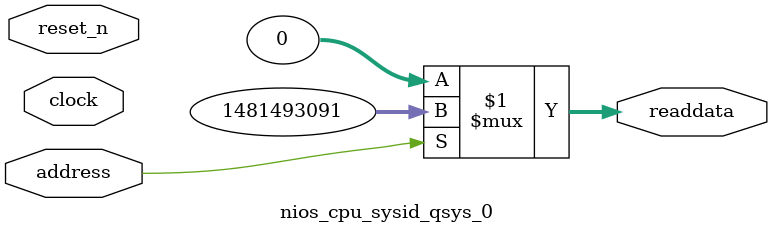
<source format=v>



// synthesis translate_off
`timescale 1ns / 1ps
// synthesis translate_on

// turn off superfluous verilog processor warnings 
// altera message_level Level1 
// altera message_off 10034 10035 10036 10037 10230 10240 10030 

module nios_cpu_sysid_qsys_0 (
               // inputs:
                address,
                clock,
                reset_n,

               // outputs:
                readdata
             )
;

  output  [ 31: 0] readdata;
  input            address;
  input            clock;
  input            reset_n;

  wire    [ 31: 0] readdata;
  //control_slave, which is an e_avalon_slave
  assign readdata = address ? 1481493091 : 0;

endmodule



</source>
